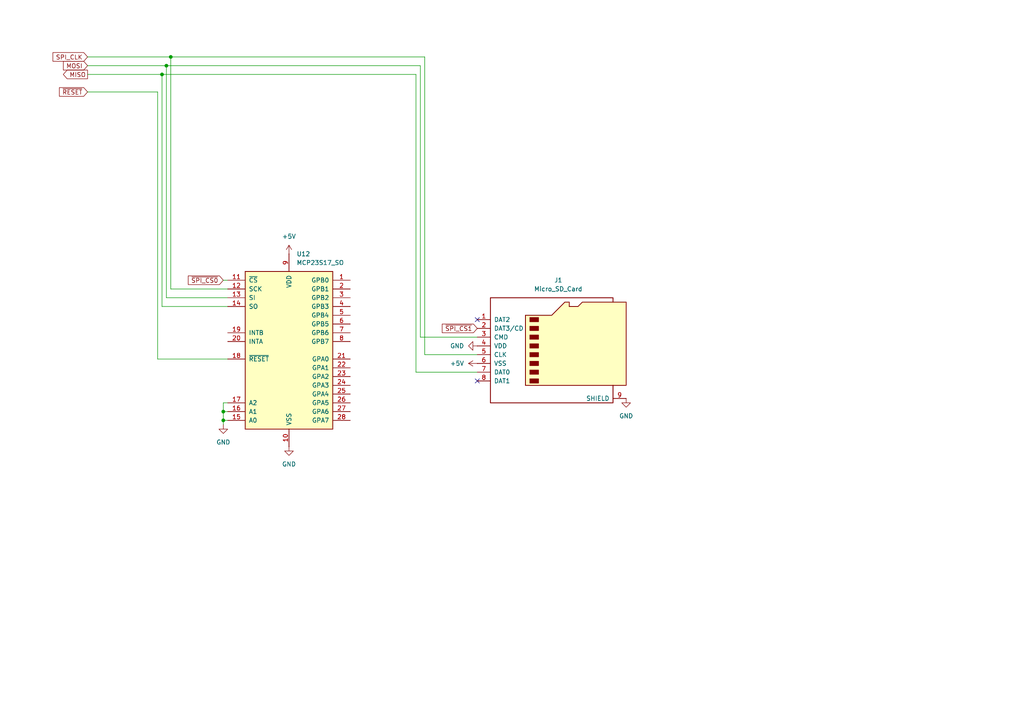
<source format=kicad_sch>
(kicad_sch (version 20231120) (generator "eeschema") (generator_version "8.0")
  (paper "A4")
  (lib_symbols
    (symbol "Connector:Micro_SD_Card" (pin_names (offset 1.016))
      (property "Reference" "J" (at -16.51 15.24 0))
      (property "Value" "Micro_SD_Card" (at 16.51 15.24 0))
      (symbol "Micro_SD_Card_0_1"
        (rectangle (start -7.62 -9.525) (end -5.08 -10.795) (fill (type outline)))
        (rectangle (start -7.62 -6.985) (end -5.08 -8.255) (fill (type outline)))
        (rectangle (start -7.62 -4.445) (end -5.08 -5.715) (fill (type outline)))
        (rectangle (start -7.62 -1.905) (end -5.08 -3.175) (fill (type outline)))
        (rectangle (start -7.62 0.635) (end -5.08 -0.635) (fill (type outline)))
        (rectangle (start -7.62 3.175) (end -5.08 1.905) (fill (type outline)))
        (rectangle (start -7.62 5.715) (end -5.08 4.445) (fill (type outline)))
        (rectangle (start -7.62 8.255) (end -5.08 6.985) (fill (type outline)))
        (polyline (pts (xy 16.51 12.7) (xy 16.51 13.97) (xy -19.05 13.97) (xy -19.05 -16.51) (xy 16.51 -16.51) (xy 16.51 -11.43)) (stroke (width 0.254)))
        (polyline (pts (xy -8.89 -11.43) (xy -8.89 8.89) (xy -1.27 8.89) (xy 2.54 12.7) (xy 3.81 12.7) (xy 3.81 11.43) (xy 6.35 11.43) (xy 7.62 12.7) (xy 20.32 12.7) (xy 20.32 -11.43) (xy -8.89 -11.43)) (stroke (width 0.254)) (fill (type background)))
      )
      (symbol "Micro_SD_Card_1_1"
        (pin bidirectional line (at -22.86 7.62 0) (length 3.81) (name "DAT2") (number "1"))
        (pin bidirectional line (at -22.86 5.08 0) (length 3.81) (name "DAT3/CD") (number "2"))
        (pin input line (at -22.86 2.54 0) (length 3.81) (name "CMD") (number "3"))
        (pin power_in line (at -22.86 0 0) (length 3.81) (name "VDD") (number "4"))
        (pin input line (at -22.86 -2.54 0) (length 3.81) (name "CLK") (number "5"))
        (pin power_in line (at -22.86 -5.08 0) (length 3.81) (name "VSS") (number "6"))
        (pin bidirectional line (at -22.86 -7.62 0) (length 3.81) (name "DAT0") (number "7"))
        (pin bidirectional line (at -22.86 -10.16 0) (length 3.81) (name "DAT1") (number "8"))
        (pin passive line (at 20.32 -15.24 180) (length 3.81) (name "SHIELD") (number "9"))
      )
    )
    (symbol "Interface_Expansion:MCP23S17_SO" (pin_names (offset 1.016))
      (property "Reference" "U" (at -11.43 24.13 0))
      (property "Value" "MCP23S17_SO" (at 0 0 0))
      (symbol "MCP23S17_SO_0_1"
        (rectangle (start -12.7 22.86) (end 12.7 -22.86) (stroke (width 0.254)) (fill (type background)))
      )
      (symbol "MCP23S17_SO_1_1"
        (pin bidirectional line (at 17.78 20.32 180) (length 5.08) (name "GPB0") (number "1"))
        (pin power_in line (at 0 -27.94 90) (length 5.08) (name "VSS") (number "10"))
        (pin input line (at -17.78 20.32 0) (length 5.08) (name "~{CS}") (number "11"))
        (pin input line (at -17.78 17.78 0) (length 5.08) (name "SCK") (number "12"))
        (pin input line (at -17.78 15.24 0) (length 5.08) (name "SI") (number "13"))
        (pin output line (at -17.78 12.7 0) (length 5.08) (name "SO") (number "14"))
        (pin input line (at -17.78 -20.32 0) (length 5.08) (name "A0") (number "15"))
        (pin input line (at -17.78 -17.78 0) (length 5.08) (name "A1") (number "16"))
        (pin input line (at -17.78 -15.24 0) (length 5.08) (name "A2") (number "17"))
        (pin input line (at -17.78 -2.54 0) (length 5.08) (name "~{RESET}") (number "18"))
        (pin tri_state line (at -17.78 5.08 0) (length 5.08) (name "INTB") (number "19"))
        (pin bidirectional line (at 17.78 17.78 180) (length 5.08) (name "GPB1") (number "2"))
        (pin tri_state line (at -17.78 2.54 0) (length 5.08) (name "INTA") (number "20"))
        (pin bidirectional line (at 17.78 -2.54 180) (length 5.08) (name "GPA0") (number "21"))
        (pin bidirectional line (at 17.78 -5.08 180) (length 5.08) (name "GPA1") (number "22"))
        (pin bidirectional line (at 17.78 -7.62 180) (length 5.08) (name "GPA2") (number "23"))
        (pin bidirectional line (at 17.78 -10.16 180) (length 5.08) (name "GPA3") (number "24"))
        (pin bidirectional line (at 17.78 -12.7 180) (length 5.08) (name "GPA4") (number "25"))
        (pin bidirectional line (at 17.78 -15.24 180) (length 5.08) (name "GPA5") (number "26"))
        (pin bidirectional line (at 17.78 -17.78 180) (length 5.08) (name "GPA6") (number "27"))
        (pin bidirectional line (at 17.78 -20.32 180) (length 5.08) (name "GPA7") (number "28"))
        (pin bidirectional line (at 17.78 15.24 180) (length 5.08) (name "GPB2") (number "3"))
        (pin bidirectional line (at 17.78 12.7 180) (length 5.08) (name "GPB3") (number "4"))
        (pin bidirectional line (at 17.78 10.16 180) (length 5.08) (name "GPB4") (number "5"))
        (pin bidirectional line (at 17.78 7.62 180) (length 5.08) (name "GPB5") (number "6"))
        (pin bidirectional line (at 17.78 5.08 180) (length 5.08) (name "GPB6") (number "7"))
        (pin bidirectional line (at 17.78 2.54 180) (length 5.08) (name "GPB7") (number "8"))
        (pin power_in line (at 0 27.94 270) (length 5.08) (name "VDD") (number "9"))
      )
    )
    (symbol "power:+5V" (power) (pin_numbers hide) (pin_names (offset 0) hide)
      (property "Value" "+5V" (at 0 3.556 0))
      (symbol "+5V_0_1"
        (polyline (pts (xy -0.762 1.27) (xy 0 2.54)))
        (polyline (pts (xy 0 0) (xy 0 2.54)))
        (polyline (pts (xy 0 2.54) (xy 0.762 1.27)))
      )
      (symbol "+5V_1_1"
        (pin power_in line (at 0 0 90) (length 0) (name "~") (number "1"))
      )
    )
    (symbol "power:GND" (power) (pin_numbers hide) (pin_names (offset 0) hide)
      (property "Value" "GND" (at 0 -3.81 0))
      (symbol "GND_0_1"
        (polyline (pts (xy 0 0) (xy 0 -1.27) (xy 1.27 -1.27) (xy 0 -2.54) (xy -1.27 -1.27) (xy 0 -1.27)))
      )
      (symbol "GND_1_1"
        (pin power_in line (at 0 0 270) (length 0) (name "~") (number "1"))
      )
    )
  )
  (junction (at 64.77 121.92))
  (junction (at 46.99 21.59))
  (junction (at 64.77 119.38))
  (junction (at 48.26 19.05))
  (junction (at 49.53 16.51))
  (no_connect (at 138.43 92.71))
  (no_connect (at 138.43 110.49))
  (wire (pts (xy 46.99 21.59) (xy 25.4 21.59)))
  (wire (pts (xy 48.26 19.05) (xy 121.92 19.05)))
  (wire (pts (xy 121.92 19.05) (xy 121.92 97.79)))
  (wire (pts (xy 64.77 119.38) (xy 66.04 119.38)))
  (wire (pts (xy 46.99 21.59) (xy 120.65 21.59)))
  (wire (pts (xy 49.53 16.51) (xy 25.4 16.51)))
  (wire (pts (xy 64.77 119.38) (xy 64.77 116.84)))
  (wire (pts (xy 48.26 86.36) (xy 48.26 19.05)))
  (wire (pts (xy 64.77 123.19) (xy 64.77 121.92)))
  (wire (pts (xy 123.19 16.51) (xy 123.19 102.87)))
  (wire (pts (xy 49.53 83.82) (xy 66.04 83.82)))
  (wire (pts (xy 45.72 26.67) (xy 25.4 26.67)))
  (wire (pts (xy 121.92 97.79) (xy 138.43 97.79)))
  (wire (pts (xy 64.77 121.92) (xy 64.77 119.38)))
  (wire (pts (xy 66.04 81.28) (xy 64.77 81.28)))
  (wire (pts (xy 46.99 88.9) (xy 46.99 21.59)))
  (wire (pts (xy 49.53 83.82) (xy 49.53 16.51)))
  (wire (pts (xy 49.53 16.51) (xy 123.19 16.51)))
  (wire (pts (xy 123.19 102.87) (xy 138.43 102.87)))
  (wire (pts (xy 64.77 121.92) (xy 66.04 121.92)))
  (wire (pts (xy 45.72 104.14) (xy 66.04 104.14)))
  (wire (pts (xy 64.77 116.84) (xy 66.04 116.84)))
  (wire (pts (xy 48.26 86.36) (xy 66.04 86.36)))
  (wire (pts (xy 45.72 104.14) (xy 45.72 26.67)))
  (wire (pts (xy 48.26 19.05) (xy 25.4 19.05)))
  (wire (pts (xy 46.99 88.9) (xy 66.04 88.9)))
  (wire (pts (xy 120.65 107.95) (xy 138.43 107.95)))
  (wire (pts (xy 120.65 21.59) (xy 120.65 107.95)))
  (global_label "MISO" (shape output) (at 25.4 21.59 180) (property "Intersheetrefs" "${INTERSHEET_REFS}" (at 17.8186 21.59 0) (effects (justify right))))
  (global_label "~{SPI_CS1}" (shape input) (at 138.43 95.25 180) (property "Intersheetrefs" "${INTERSHEET_REFS}" (at 127.7039 95.25 0) (effects (justify right))))
  (global_label "~{RESET}" (shape input) (at 25.4 26.67 180) (property "Intersheetrefs" "${INTERSHEET_REFS}" (at 16.6697 26.67 0) (effects (justify right))))
  (global_label "SPI_CLK" (shape input) (at 25.4 16.51 180) (property "Intersheetrefs" "${INTERSHEET_REFS}" (at 14.7948 16.51 0) (effects (justify right))))
  (global_label "MOSI" (shape input) (at 25.4 19.05 180) (property "Intersheetrefs" "${INTERSHEET_REFS}" (at 17.8186 19.05 0) (effects (justify right))))
  (global_label "~{SPI_CS0}" (shape input) (at 64.77 81.28 180) (property "Intersheetrefs" "${INTERSHEET_REFS}" (at 54.0439 81.28 0) (effects (justify right))))
  (symbol (lib_id "power:GND") (at 181.61 115.57 0) (unit 1)
    (property "Reference" "#PWR027" (effects (hide yes)))
    (property "Value" "GND" (at 181.61 120.65 0))
    (property "Description" "Power symbol creates a global label with name \"GND\" , ground" (effects (hide yes)))
  )
  (symbol (lib_id "power:GND") (at 64.77 123.19 0) (unit 1)
    (property "Reference" "#PWR021" (effects (hide yes)))
    (property "Value" "GND" (at 64.77 128.27 0))
    (property "Description" "Power symbol creates a global label with name \"GND\" , ground" (effects (hide yes)))
  )
  (symbol (lib_id "Interface_Expansion:MCP23S17_SO") (at 83.82 101.6 0) (unit 1)
    (property "Reference" "U12" (at 86.0141 73.66 0) (effects (justify left)))
    (property "Value" "MCP23S17_SO" (at 86.0141 76.2 0) (effects (justify left)))
    (property "Footprint" "Package_SO:SOIC-28W_7.5x17.9mm_P1.27mm" (effects (hide yes)))
    (property "Datasheet" "http://ww1.microchip.com/downloads/en/DeviceDoc/20001952C.pdf" (effects (hide yes)))
    (property "Description" "16-bit I/O expander, SPI, interrupts, w pull-ups, SOIC-28" (effects (hide yes)))
  )
  (symbol (lib_id "power:+5V") (at 138.43 105.41 90) (unit 1)
    (property "Reference" "#PWR029" (effects (hide yes)))
    (property "Value" "+5V" (at 134.62 105.4099 90) (effects (justify left)))
    (property "Description" "Power symbol creates a global label with name \"+5V\"" (effects (hide yes)))
  )
  (symbol (lib_id "power:GND") (at 138.43 100.33 270) (unit 1)
    (property "Reference" "#PWR040" (effects (hide yes)))
    (property "Value" "GND" (at 134.62 100.3299 90) (effects (justify right)))
    (property "Description" "Power symbol creates a global label with name \"GND\" , ground" (effects (hide yes)))
  )
  (symbol (lib_id "Connector:Micro_SD_Card") (at 161.29 100.33 0) (unit 1)
    (property "Reference" "J1" (at 161.925 81.28 0))
    (property "Value" "Micro_SD_Card" (at 161.925 83.82 0))
    (property "Datasheet" "http://katalog.we-online.de/em/datasheet/693072010801.pdf" (effects (hide yes)))
    (property "Description" "Micro SD Card Socket" (effects (hide yes)))
  )
  (symbol (lib_id "power:+5V") (at 83.82 73.66 0) (unit 1)
    (property "Reference" "#PWR018" (effects (hide yes)))
    (property "Value" "+5V" (at 83.82 68.58 0))
    (property "Description" "Power symbol creates a global label with name \"+5V\"" (effects (hide yes)))
  )
  (symbol (lib_id "power:GND") (at 83.82 129.54 0) (unit 1)
    (property "Reference" "#PWR019" (effects (hide yes)))
    (property "Value" "GND" (at 83.82 134.62 0))
    (property "Description" "Power symbol creates a global label with name \"GND\" , ground" (effects (hide yes)))
  )
)
</source>
